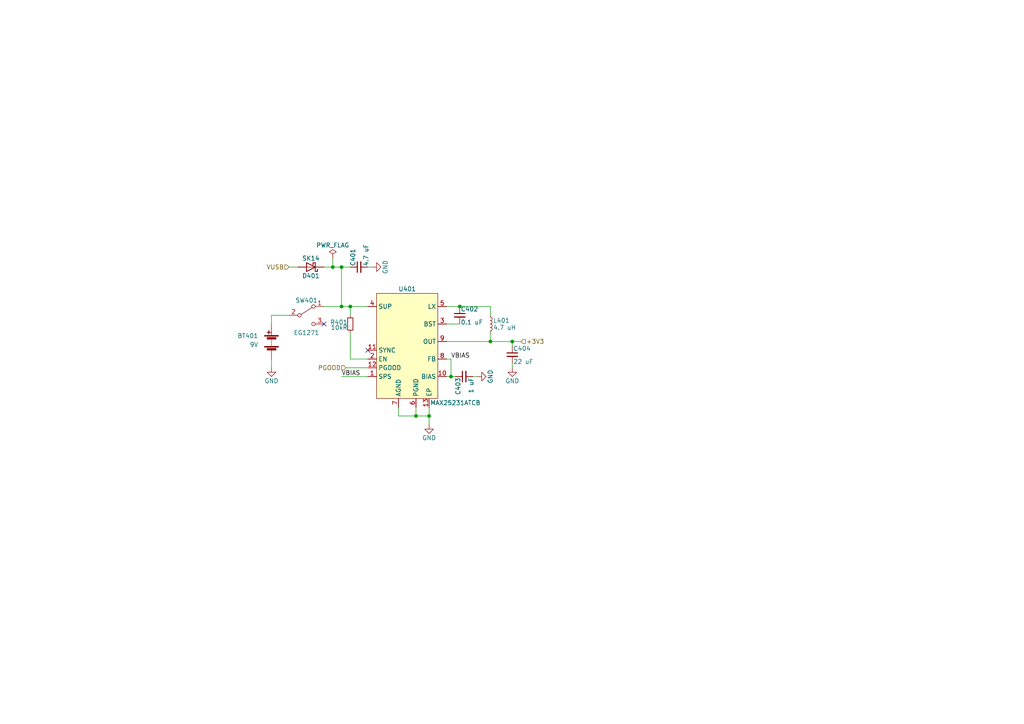
<source format=kicad_sch>
(kicad_sch (version 20211123) (generator eeschema)
  (paper "A4")
  (lib_symbols
    (symbol "Device:Battery" (pin_numbers hide) (pin_names (offset 0) hide)
      (property "Reference" "BT" (at 2.54 2.54 0))
      (property "Value" "Battery" (at 2.54 0 0))
      (symbol "Battery_0_1"
        (rectangle (start -2.032 -1.397) (end 2.032 -1.651) (fill (type outline)))
        (rectangle (start -2.032 1.778) (end 2.032 1.524) (fill (type outline)))
        (rectangle (start -1.3208 -1.9812) (end 1.27 -2.4892) (fill (type outline)))
        (rectangle (start -1.3208 1.1938) (end 1.27 0.6858) (fill (type outline)))
        (polyline (pts (xy 0 -1.524) (xy 0 -1.27)))
        (polyline (pts (xy 0 -1.016) (xy 0 -0.762)))
        (polyline (pts (xy 0 -0.508) (xy 0 -0.254)))
        (polyline (pts (xy 0 0) (xy 0 0.254)))
        (polyline (pts (xy 0 0.508) (xy 0 0.762)))
        (polyline (pts (xy 0 1.778) (xy 0 2.54)))
        (polyline (pts (xy 0.254 2.667) (xy 1.27 2.667)) (stroke (width 0.254)))
        (polyline (pts (xy 0.762 3.175) (xy 0.762 2.159)) (stroke (width 0.254)))
      )
      (symbol "Battery_1_1"
        (pin passive line (at 0 5.08 270) (length 2.54) (name "+") (number "1"))
        (pin passive line (at 0 -5.08 90) (length 2.54) (name "-") (number "2"))
      )
    )
    (symbol "Device:C_Small" (pin_numbers hide) (pin_names (offset 0.254) hide)
      (property "Reference" "C" (at 0.254 1.778 0))
      (property "Value" "C_Small" (at 0.254 -2.032 0))
      (symbol "C_Small_0_1"
        (polyline (pts (xy -1.524 -0.508) (xy 1.524 -0.508)) (stroke (width 0.3302)))
        (polyline (pts (xy -1.524 0.508) (xy 1.524 0.508)) (stroke (width 0.3048)))
      )
      (symbol "C_Small_1_1"
        (pin passive line (at 0 2.54 270) (length 2.032) (name "~") (number "1"))
        (pin passive line (at 0 -2.54 90) (length 2.032) (name "~") (number "2"))
      )
    )
    (symbol "Device:D_Schottky" (pin_numbers hide) (pin_names (offset 1.016) hide)
      (property "Reference" "D" (at 0 2.54 0))
      (property "Value" "D_Schottky" (at 0 -2.54 0))
      (symbol "D_Schottky_0_1"
        (polyline (pts (xy 1.27 0) (xy -1.27 0)))
        (polyline (pts (xy 1.27 1.27) (xy 1.27 -1.27) (xy -1.27 0) (xy 1.27 1.27)) (stroke (width 0.254)))
        (polyline (pts (xy -1.905 0.635) (xy -1.905 1.27) (xy -1.27 1.27) (xy -1.27 -1.27) (xy -0.635 -1.27) (xy -0.635 -0.635)) (stroke (width 0.254)))
      )
      (symbol "D_Schottky_1_1"
        (pin passive line (at -3.81 0 0) (length 2.54) (name "K") (number "1"))
        (pin passive line (at 3.81 0 180) (length 2.54) (name "A") (number "2"))
      )
    )
    (symbol "Device:L_Small" (pin_numbers hide) (pin_names (offset 0.254) hide)
      (property "Reference" "L" (at 0.762 1.016 0))
      (property "Value" "L_Small" (at 0.762 -1.016 0))
      (symbol "L_Small_0_1"
        (arc (start 0 -2.032) (mid 0.508 -1.524) (end 0 -1.016))
        (arc (start 0 -1.016) (mid 0.508 -0.508) (end 0 0))
        (arc (start 0 0) (mid 0.508 0.508) (end 0 1.016))
        (arc (start 0 1.016) (mid 0.508 1.524) (end 0 2.032))
      )
      (symbol "L_Small_1_1"
        (pin passive line (at 0 2.54 270) (length 0.508) (name "~") (number "1"))
        (pin passive line (at 0 -2.54 90) (length 0.508) (name "~") (number "2"))
      )
    )
    (symbol "Device:R_Small" (pin_numbers hide) (pin_names (offset 0.254) hide)
      (property "Reference" "R" (at 0.762 0.508 0))
      (property "Value" "R_Small" (at 0.762 -1.016 0))
      (symbol "R_Small_0_1"
        (rectangle (start -0.762 1.778) (end 0.762 -1.778) (stroke (width 0.2032)))
      )
      (symbol "R_Small_1_1"
        (pin passive line (at 0 2.54 270) (length 0.762) (name "~") (number "1"))
        (pin passive line (at 0 -2.54 90) (length 0.762) (name "~") (number "2"))
      )
    )
    (symbol "Switch:SW_SPDT" (pin_names (offset 0) hide)
      (property "Reference" "SW" (at 0 4.318 0))
      (property "Value" "SW_SPDT" (at 0 -5.08 0))
      (symbol "SW_SPDT_0_0"
        (circle (center -2.032 0) (radius 0.508))
        (circle (center 2.032 -2.54) (radius 0.508))
      )
      (symbol "SW_SPDT_0_1"
        (polyline (pts (xy -1.524 0.254) (xy 1.651 2.286)))
        (circle (center 2.032 2.54) (radius 0.508))
      )
      (symbol "SW_SPDT_1_1"
        (pin passive line (at 5.08 2.54 180) (length 2.54) (name "A") (number "1"))
        (pin passive line (at -5.08 0 0) (length 2.54) (name "B") (number "2"))
        (pin passive line (at 5.08 -2.54 180) (length 2.54) (name "C") (number "3"))
      )
    )
    (symbol "parts:MAX25231ATCB"
      (property "Reference" "U" (at 0 5.08 0))
      (property "Value" "MAX25231ATCB" (at 13.97 -27.94 0))
      (symbol "MAX25231ATCB_0_1"
        (rectangle (start -8.89 3.81) (end 8.89 -26.67) (fill (type background)))
      )
      (symbol "MAX25231ATCB_1_1"
        (pin input line (at -11.43 -20.32 0) (length 2.54) (name "SPS") (number "1"))
        (pin power_out line (at 11.43 -20.32 180) (length 2.54) (name "BIAS") (number "10"))
        (pin input line (at -11.43 -12.7 0) (length 2.54) (name "SYNC") (number "11"))
        (pin open_collector line (at -11.43 -17.78 0) (length 2.54) (name "PGOOD") (number "12"))
        (pin passive line (at 6.35 -29.21 90) (length 2.54) (name "EP") (number "13"))
        (pin input line (at -11.43 -15.24 0) (length 2.54) (name "EN") (number "2"))
        (pin input line (at 11.43 -5.08 180) (length 2.54) (name "BST") (number "3"))
        (pin power_in line (at -11.43 0 0) (length 2.54) (name "SUP") (number "4"))
        (pin power_out line (at 11.43 0 180) (length 2.54) (name "LX") (number "5"))
        (pin power_in line (at 2.54 -29.21 90) (length 2.54) (name "PGND") (number "6"))
        (pin power_in line (at -2.54 -29.21 90) (length 2.54) (name "AGND") (number "7"))
        (pin input line (at 11.43 -15.24 180) (length 2.54) (name "FB") (number "8"))
        (pin input line (at 11.43 -10.16 180) (length 2.54) (name "OUT") (number "9"))
      )
    )
    (symbol "power:GND" (power) (pin_names (offset 0))
      (property "Value" "GND" (at 0 -3.81 0))
      (symbol "GND_0_1"
        (polyline (pts (xy 0 0) (xy 0 -1.27) (xy 1.27 -1.27) (xy 0 -2.54) (xy -1.27 -1.27) (xy 0 -1.27)))
      )
      (symbol "GND_1_1"
        (pin power_in line (at 0 0 270) (length 0) hide (name "GND") (number "1"))
      )
    )
    (symbol "power:PWR_FLAG" (power) (pin_numbers hide) (pin_names (offset 0) hide)
      (property "Value" "PWR_FLAG" (at 0 3.81 0))
      (symbol "PWR_FLAG_0_0"
        (pin power_out line (at 0 0 90) (length 0) (name "pwr") (number "1"))
      )
      (symbol "PWR_FLAG_0_1"
        (polyline (pts (xy 0 0) (xy 0 1.27) (xy -1.016 1.905) (xy 0 2.54) (xy 1.016 1.905) (xy 0 1.27)))
      )
    )
  )
  (junction (at 142.24 99.06))
  (junction (at 120.65 120.65))
  (junction (at 133.35 88.9))
  (junction (at 148.59 99.06))
  (junction (at 99.06 88.9))
  (junction (at 101.6 88.9))
  (junction (at 99.06 77.47))
  (junction (at 130.81 109.22))
  (junction (at 124.46 120.65))
  (junction (at 96.52 77.47))
  (no_connect (at 106.68 101.6))
  (no_connect (at 93.98 93.98))
  (wire (pts (xy 83.82 77.47) (xy 86.36 77.47)))
  (wire (pts (xy 130.81 109.22) (xy 132.08 109.22)))
  (wire (pts (xy 129.54 104.14) (xy 130.81 104.14)))
  (wire (pts (xy 99.06 88.9) (xy 101.6 88.9)))
  (wire (pts (xy 115.57 120.65) (xy 120.65 120.65)))
  (wire (pts (xy 142.24 88.9) (xy 142.24 91.44)))
  (wire (pts (xy 129.54 93.98) (xy 133.35 93.98)))
  (wire (pts (xy 101.6 88.9) (xy 101.6 91.44)))
  (wire (pts (xy 106.68 77.47) (xy 107.95 77.47)))
  (wire (pts (xy 142.24 99.06) (xy 142.24 96.52)))
  (wire (pts (xy 137.16 109.22) (xy 138.43 109.22)))
  (wire (pts (xy 129.54 99.06) (xy 142.24 99.06)))
  (wire (pts (xy 101.6 88.9) (xy 106.68 88.9)))
  (wire (pts (xy 101.6 96.52) (xy 101.6 104.14)))
  (wire (pts (xy 78.74 104.14) (xy 78.74 106.68)))
  (wire (pts (xy 101.6 104.14) (xy 106.68 104.14)))
  (wire (pts (xy 133.35 88.9) (xy 142.24 88.9)))
  (wire (pts (xy 99.06 77.47) (xy 99.06 88.9)))
  (wire (pts (xy 148.59 99.06) (xy 151.13 99.06)))
  (wire (pts (xy 99.06 88.9) (xy 93.98 88.9)))
  (wire (pts (xy 148.59 105.41) (xy 148.59 106.68)))
  (wire (pts (xy 100.33 106.68) (xy 106.68 106.68)))
  (wire (pts (xy 96.52 77.47) (xy 99.06 77.47)))
  (wire (pts (xy 129.54 109.22) (xy 130.81 109.22)))
  (wire (pts (xy 93.98 77.47) (xy 96.52 77.47)))
  (wire (pts (xy 120.65 118.11) (xy 120.65 120.65)))
  (wire (pts (xy 148.59 100.33) (xy 148.59 99.06)))
  (wire (pts (xy 78.74 91.44) (xy 83.82 91.44)))
  (wire (pts (xy 78.74 93.98) (xy 78.74 91.44)))
  (wire (pts (xy 124.46 120.65) (xy 124.46 123.19)))
  (wire (pts (xy 115.57 118.11) (xy 115.57 120.65)))
  (wire (pts (xy 96.52 74.93) (xy 96.52 77.47)))
  (wire (pts (xy 129.54 88.9) (xy 133.35 88.9)))
  (wire (pts (xy 99.06 109.22) (xy 106.68 109.22)))
  (wire (pts (xy 99.06 77.47) (xy 101.6 77.47)))
  (wire (pts (xy 124.46 120.65) (xy 124.46 118.11)))
  (wire (pts (xy 142.24 99.06) (xy 148.59 99.06)))
  (wire (pts (xy 130.81 104.14) (xy 130.81 109.22)))
  (wire (pts (xy 120.65 120.65) (xy 124.46 120.65)))
  (label "VBIAS" (at 99.06 109.22 0))
  (label "VBIAS" (at 130.81 104.14 0))
  (hierarchical_label "VUSB" (shape input) (at 83.82 77.47 180))
  (hierarchical_label "PGOOD" (shape input) (at 100.33 106.68 180))
  (hierarchical_label "+3V3" (shape input) (at 151.13 99.06 0))
  (symbol (lib_id "power:PWR_FLAG") (at 96.52 74.93 0) (unit 1)
    (property "Reference" "#FLG0401" (effects hide))
    (property "Value" "PWR_FLAG" (at 96.52 71.12 0))
  )
  (symbol (lib_id "power:GND") (at 124.46 123.19 0) (unit 1)
    (property "Reference" "#PWR0403" (effects hide))
    (property "Value" "GND" (at 124.46 127 0))
  )
  (symbol (lib_id "Switch:SW_SPDT") (at 88.9 91.44 0) (unit 1)
    (property "Reference" "SW401" (at 88.9 87.122 0))
    (property "Value" "EG1271" (at 88.9 96.52 0))
    (property "Footprint" "Button_Switch_THT:SW_E-Switch_EG1271_DPDT" (effects hide))
    (property "Digikey" "EG1918-ND" (effects hide))
  )
  (symbol (lib_id "power:GND") (at 148.59 106.68 0) (unit 1)
    (property "Reference" "#PWR0405" (effects hide))
    (property "Value" "GND" (at 148.59 110.49 0))
  )
  (symbol (lib_id "Device:C_Small") (at 133.35 91.44 0) (unit 1)
    (property "Reference" "C402" (at 133.604 89.662 0) (effects (justify left)))
    (property "Value" "0.1 uF" (at 133.604 93.472 0) (effects (justify left)))
    (property "Footprint" "Capacitor_SMD:C_0402_1005Metric" (effects hide))
    (property "Digikey" "1276-1043-1-ND" (effects hide))
  )
  (symbol (lib_id "Device:C_Small") (at 134.62 109.22 90) (mirror x) (unit 1)
    (property "Reference" "C403" (at 132.842 109.474 0) (effects (justify left)))
    (property "Value" "1 uF" (at 136.652 109.474 0) (effects (justify left)))
    (property "Footprint" "Capacitor_SMD:C_0603_1608Metric" (effects hide))
    (property "Digikey" "1276-1102-1-ND" (effects hide))
  )
  (symbol (lib_id "power:GND") (at 107.95 77.47 90) (unit 1)
    (property "Reference" "#PWR0402" (effects hide))
    (property "Value" "GND" (at 111.76 77.47 0))
  )
  (symbol (lib_id "Device:C_Small") (at 104.14 77.47 90) (unit 1)
    (property "Reference" "C401" (at 102.362 77.216 0) (effects (justify left)))
    (property "Value" "4.7 uF" (at 106.172 77.216 0) (effects (justify left)))
    (property "Footprint" "Capacitor_SMD:C_0603_1608Metric" (effects hide))
    (property "Digikey" "1276-1784-1-ND" (effects hide))
  )
  (symbol (lib_id "Device:L_Small") (at 142.24 93.98 0) (unit 1)
    (property "Reference" "L401" (at 143.002 92.964 0) (effects (justify left)))
    (property "Value" "4.7 uH" (at 143.002 94.996 0) (effects (justify left)))
    (property "Footprint" "Inductor_SMD:L_Taiyo-Yuden_NR-60xx_HandSoldering" (effects hide))
    (property "Digikey" "587-2100-2-ND" (effects hide))
  )
  (symbol (lib_id "Device:Battery") (at 78.74 99.06 0) (mirror y) (unit 1)
    (property "Reference" "BT401" (at 74.93 97.4089 0) (effects (justify left)))
    (property "Value" "9V" (at 74.93 99.9489 0) (effects (justify left)))
    (property "Footprint" "Connector_PinHeader_2.54mm:PinHeader_1x02_P2.54mm_Vertical" (effects hide))
    (property "Digikey" "NoPart" (effects hide))
  )
  (symbol (lib_id "Device:R_Small") (at 101.6 93.98 0) (mirror y) (unit 1)
    (property "Reference" "R401" (at 100.838 93.472 0) (effects (justify left)))
    (property "Value" "10kR" (at 100.838 94.996 0) (effects (justify left)))
    (property "Footprint" "Resistor_SMD:R_0402_1005Metric" (effects hide))
    (property "Digikey" "RMCF0402FT10K0CT-ND" (effects hide))
  )
  (symbol (lib_id "Device:C_Small") (at 148.59 102.87 0) (unit 1)
    (property "Reference" "C404" (at 148.844 101.092 0) (effects (justify left)))
    (property "Value" "22 uF" (at 148.844 104.902 0) (effects (justify left)))
    (property "Footprint" "Capacitor_SMD:C_0603_1608Metric" (effects hide))
    (property "Digikey" "1276-1274-1-ND" (effects hide))
  )
  (symbol (lib_id "parts:MAX25231ATCB") (at 118.11 88.9 0) (unit 1)
    (property "Reference" "U401" (at 118.11 83.82 0))
    (property "Value" "MAX25231ATCB" (at 132.08 116.84 0))
    (property "Footprint" "Package_DFN_QFN:DFN-12-1EP_3x3mm_P0.45mm_EP1.66x2.38mm" (effects hide))
  )
  (symbol (lib_id "Device:D_Schottky") (at 90.17 77.47 180) (unit 1)
    (property "Reference" "D401" (at 90.17 80.01 0))
    (property "Value" "SK14" (at 90.17 74.93 0))
    (property "Footprint" "Diode_SMD:D_SMA" (effects hide))
    (property "Digikey" "2616-SK14-ND" (effects hide))
  )
  (symbol (lib_id "power:GND") (at 138.43 109.22 90) (unit 1)
    (property "Reference" "#PWR0404" (effects hide))
    (property "Value" "GND" (at 142.24 109.22 0))
  )
  (symbol (lib_id "power:GND") (at 78.74 106.68 0) (unit 1)
    (property "Reference" "#PWR0401" (effects hide))
    (property "Value" "GND" (at 78.74 110.49 0))
  )
)
</source>
